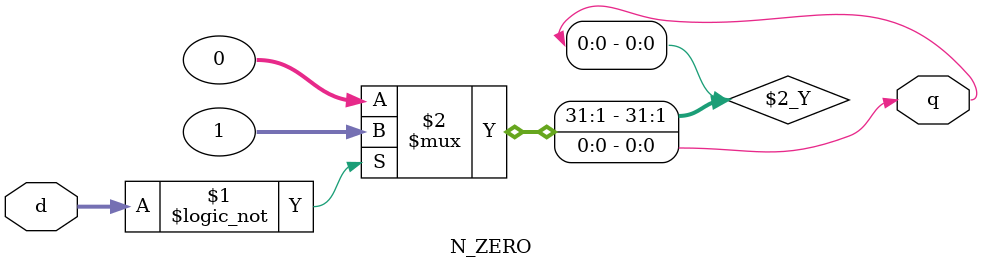
<source format=v>
`timescale 1ns / 1ps


module N_ZERO(d,q);
parameter WIDTH=8;
input [WIDTH-1:0] d;
output q;
assign q=(d==0)?1:0;
endmodule


</source>
